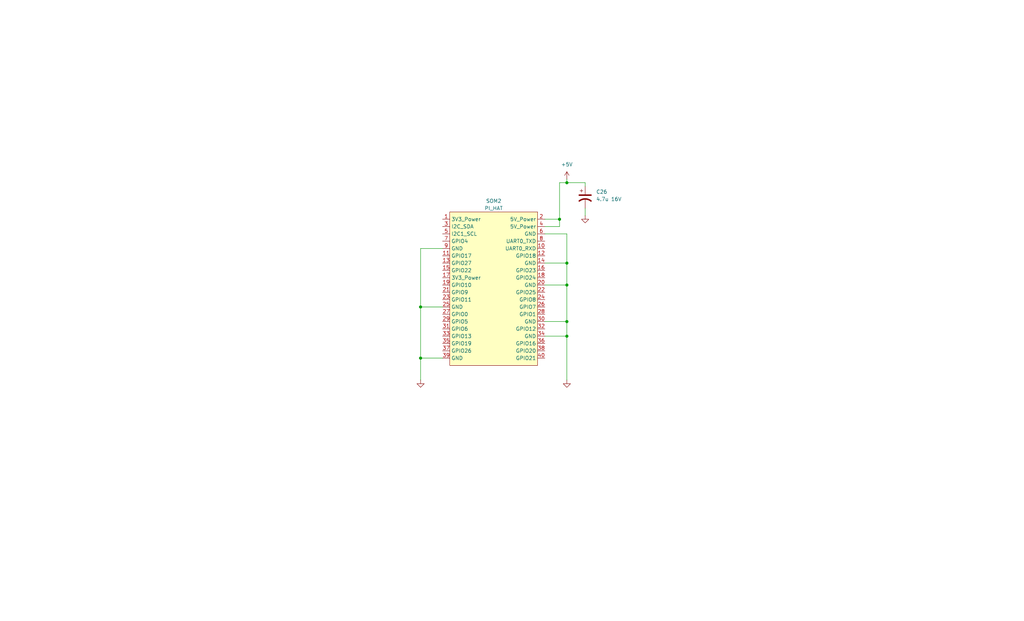
<source format=kicad_sch>
(kicad_sch (version 20250114) (generator "eeschema") (generator_version "9.0")
  (paper "USLegal")
  (lib_symbols
    (symbol "DDCEE:C_2P_POL_4p7u_" (pin_numbers (hide yes)) (pin_names (hide yes))
      (property "Reference" "C" (at 3.175 -2.54 0))
      (property "Value" "4.7u 16V" (at 3.175 -4.445 0))
      (symbol "C_2P_POL_4p7u__0_1"
        (polyline (pts (xy -2.032 -3.048) (xy 2.032 -3.048)) (stroke (width 0.508)))
        (polyline (pts (xy -1.778 -1.524) (xy -0.762 -1.524)))
        (polyline (pts (xy -1.27 -2.032) (xy -1.27 -1.016)))
        (arc (start -2.032 -5.08) (mid 0 -4.3672) (end 2.032 -5.08) (stroke (width 0.508)))
      )
      (symbol "C_2P_POL_4p7u__1_1"
        (pin passive line (at 0 0 270) (length 2.794) (name "~") (number "1"))
        (pin passive line (at 0 -7.62 90) (length 3.302) (name "~") (number "2"))
      )
    )
    (symbol "DDCEE:GND" (power) (pin_numbers (hide yes)) (pin_names (offset 0) (hide yes))
      (symbol "GND_0_1"
        (polyline (pts (xy 0 0) (xy 0 -1.27) (xy 1.27 -1.27) (xy 0 -2.54) (xy -1.27 -1.27) (xy 0 -1.27)))
      )
      (symbol "GND_1_1"
        (pin power_in line (at 0 0 270) (length 0) (name "~") (number "1"))
      )
    )
    (symbol "DDCEE:HAT_40P_GENERIC"
      (property "Reference" "SOM" (at 17.78 7.62 0))
      (property "Value" "PI_HAT" (at 17.78 5.08 0))
      (symbol "HAT_40P_GENERIC_1_0"
        (pin passive line (at 0 -10.16 0) (length 2.54) (name "GND") (number "9"))
        (pin passive line (at 0 -12.7 0) (length 2.54) (name "GPIO17") (number "11"))
        (pin passive line (at 0 -15.24 0) (length 2.54) (name "GPIO27") (number "13"))
        (pin passive line (at 0 -17.78 0) (length 2.54) (name "GPIO22") (number "15"))
        (pin passive line (at 0 -20.32 0) (length 2.54) (name "3V3_Power") (number "17"))
        (pin passive line (at 0 -22.86 0) (length 2.54) (name "GPIO10") (number "19"))
        (pin passive line (at 0 -25.4 0) (length 2.54) (name "GPIO9") (number "21"))
        (pin passive line (at 0 -27.94 0) (length 2.54) (name "GPIO11") (number "23"))
        (pin passive line (at 0 -30.48 0) (length 2.54) (name "GND") (number "25"))
        (pin passive line (at 0 -33.02 0) (length 2.54) (name "GPIO0") (number "27"))
        (pin passive line (at 0 -35.56 0) (length 2.54) (name "GPIO5") (number "29"))
        (pin passive line (at 0 -38.1 0) (length 2.54) (name "GPIO6") (number "31"))
        (pin passive line (at 0 -40.64 0) (length 2.54) (name "GPIO13") (number "33"))
        (pin passive line (at 0 -43.18 0) (length 2.54) (name "GPIO19") (number "35"))
        (pin passive line (at 0 -45.72 0) (length 2.54) (name "GPIO26") (number "37"))
        (pin passive line (at 0 -48.26 0) (length 2.54) (name "GND") (number "39"))
        (pin passive line (at 35.56 -10.16 180) (length 2.54) (name "GPIO16") (number "10") (alternate "UART0 RXD" passive line))
        (pin passive line (at 35.56 -12.7 180) (length 2.54) (name "GPIO18") (number "12"))
        (pin passive line (at 35.56 -15.24 180) (length 2.54) (name "GND") (number "14"))
        (pin passive line (at 35.56 -17.78 180) (length 2.54) (name "GPIO23") (number "16"))
        (pin passive line (at 35.56 -20.32 180) (length 2.54) (name "GPIO24") (number "18"))
        (pin passive line (at 35.56 -22.86 180) (length 2.54) (name "GND") (number "20"))
        (pin passive line (at 35.56 -25.4 180) (length 2.54) (name "GPIO25") (number "22"))
        (pin passive line (at 35.56 -27.94 180) (length 2.54) (name "GPIO8") (number "24"))
        (pin passive line (at 35.56 -30.48 180) (length 2.54) (name "GPIO7") (number "26"))
        (pin passive line (at 35.56 -33.02 180) (length 2.54) (name "GPIO1") (number "28"))
        (pin passive line (at 35.56 -35.56 180) (length 2.54) (name "GND") (number "30"))
        (pin passive line (at 35.56 -38.1 180) (length 2.54) (name "GPIO12") (number "32"))
        (pin passive line (at 35.56 -40.64 180) (length 2.54) (name "GND") (number "34"))
        (pin passive line (at 35.56 -43.18 180) (length 2.54) (name "GPIO16") (number "36"))
        (pin passive line (at 35.56 -45.72 180) (length 2.54) (name "GPIO20") (number "38"))
        (pin passive line (at 35.56 -48.26 180) (length 2.54) (name "GPIO21") (number "40"))
      )
      (symbol "HAT_40P_GENERIC_1_1"
        (rectangle (start 2.54 2.54) (end 33.02 -50.8) (fill (type background)))
        (pin passive line (at 0 0 0) (length 2.54) (name "3V3_Power") (number "1"))
        (pin passive line (at 0 -2.54 0) (length 2.54) (name "GPIO2") (number "3") (alternate "I2C SDA" passive line))
        (pin passive line (at 0 -5.08 0) (length 2.54) (name "GPIO3") (number "5") (alternate "I2C1 SCL" passive line))
        (pin passive line (at 0 -7.62 0) (length 2.54) (name "GPIO4") (number "7"))
        (pin passive line (at 35.56 0 180) (length 2.54) (name "5V_Power") (number "2"))
        (pin passive line (at 35.56 -2.54 180) (length 2.54) (name "5V_Power") (number "4"))
        (pin passive line (at 35.56 -5.08 180) (length 2.54) (name "GND") (number "6"))
        (pin passive line (at 35.56 -7.62 180) (length 2.54) (name "GPIO14") (number "8") (alternate "UART0 TXD" passive line))
      )
    )
    (symbol "power:+5V" (power) (pin_numbers (hide yes)) (pin_names (offset 0) (hide yes))
      (property "Value" "+5V" (at 0 3.556 0))
      (symbol "+5V_0_1"
        (polyline (pts (xy -0.762 1.27) (xy 0 2.54)))
        (polyline (pts (xy 0 2.54) (xy 0.762 1.27)))
        (polyline (pts (xy 0 0) (xy 0 2.54)))
      )
      (symbol "+5V_1_1"
        (pin power_in line (at 0 0 90) (length 0) (name "~") (number "1"))
      )
    )
  )
  (junction (at 196.85 63.5))
  (junction (at 196.85 116.84))
  (junction (at 146.05 106.68))
  (junction (at 196.85 99.06))
  (junction (at 196.85 91.44))
  (junction (at 196.85 111.76))
  (junction (at 194.31 76.2))
  (junction (at 146.05 124.46))
  (wire (pts (xy 146.05 106.68) (xy 146.05 86.36)))
  (wire (pts (xy 189.23 111.76) (xy 196.85 111.76)))
  (wire (pts (xy 203.2 74.93) (xy 203.2 72.39)))
  (wire (pts (xy 189.23 78.74) (xy 194.31 78.74)))
  (wire (pts (xy 196.85 62.23) (xy 196.85 63.5)))
  (wire (pts (xy 196.85 111.76) (xy 196.85 99.06)))
  (wire (pts (xy 153.67 106.68) (xy 146.05 106.68)))
  (wire (pts (xy 146.05 124.46) (xy 146.05 106.68)))
  (wire (pts (xy 146.05 132.08) (xy 146.05 124.46)))
  (wire (pts (xy 203.2 63.5) (xy 203.2 64.77)))
  (wire (pts (xy 194.31 63.5) (xy 196.85 63.5)))
  (wire (pts (xy 189.23 91.44) (xy 196.85 91.44)))
  (wire (pts (xy 189.23 76.2) (xy 194.31 76.2)))
  (wire (pts (xy 196.85 63.5) (xy 203.2 63.5)))
  (wire (pts (xy 189.23 116.84) (xy 196.85 116.84)))
  (wire (pts (xy 196.85 132.08) (xy 196.85 116.84)))
  (wire (pts (xy 196.85 91.44) (xy 196.85 81.28)))
  (wire (pts (xy 194.31 78.74) (xy 194.31 76.2)))
  (wire (pts (xy 196.85 116.84) (xy 196.85 111.76)))
  (wire (pts (xy 196.85 99.06) (xy 196.85 91.44)))
  (wire (pts (xy 196.85 81.28) (xy 189.23 81.28)))
  (wire (pts (xy 194.31 76.2) (xy 194.31 63.5)))
  (wire (pts (xy 146.05 86.36) (xy 153.67 86.36)))
  (wire (pts (xy 153.67 124.46) (xy 146.05 124.46)))
  (wire (pts (xy 189.23 99.06) (xy 196.85 99.06)))
  (symbol (lib_id "power:+5V") (at 196.85 62.23 0) (unit 1)
    (property "Reference" "#PWR059" (effects (hide yes)))
    (property "Value" "+5V" (at 196.85 57.15 0))
    (property "Description" "Power symbol creates a global label with name \"+5V\"" (effects (hide yes)))
  )
  (symbol (lib_id "DDCEE:HAT_40P_GENERIC") (at 153.67 76.2 0) (unit 1)
    (property "Reference" "SOM2" (at 171.45 69.85 0))
    (property "Value" "PI_HAT" (at 171.45 72.39 0))
    (property "Footprint" "Connector_PinHeader_2.54mm:PinHeader_2x20_P2.54mm_Vertical" (effects (hide yes)))
    (property "Datasheet" "TBD" (effects (hide yes)))
    (property "Description" "TBD" (effects (hide yes)))
    (property "Detailed Description" "TBD" (effects (hide yes)))
    (property "Manufacturer" "TBD" (effects (hide yes)))
    (property "Manufacturer PN" "TBD" (effects (hide yes)))
    (pin "3" (alternate "I2C SDA"))
    (pin "5" (alternate "I2C1 SCL"))
    (pin "8" (alternate "UART0 TXD"))
    (pin "10" (alternate "UART0 RXD"))
  )
  (symbol (lib_id "DDCEE:GND") (at 196.85 132.08 0) (unit 1)
    (property "Reference" "#PWR058" (effects (hide yes)))
    (property "Value" "GND" (effects (hide yes)))
    (property "Description" "Power symbol creates a global label with name \"GND\" , ground" (effects (hide yes)))
  )
  (symbol (lib_id "DDCEE:GND") (at 203.2 74.93 0) (unit 1)
    (property "Reference" "#PWR060" (effects (hide yes)))
    (property "Value" "GND" (effects (hide yes)))
    (property "Description" "Power symbol creates a global label with name \"GND\" , ground" (effects (hide yes)))
  )
  (symbol (lib_id "DDCEE:GND") (at 146.05 132.08 0) (unit 1)
    (property "Reference" "#PWR0101" (effects (hide yes)))
    (property "Value" "GND" (effects (hide yes)))
    (property "Description" "Power symbol creates a global label with name \"GND\" , ground" (effects (hide yes)))
  )
  (symbol (lib_id "DDCEE:C_2P_POL_4p7u_") (at 203.2 64.77 0) (unit 1)
    (property "Reference" "C26" (at 207.01 66.675 0) (effects (justify left)))
    (property "Value" "4.7u 16V" (at 207.01 69.215 0) (effects (justify left)))
    (property "Footprint" "Capacitor_SMD:CP_Elec_5x4.4" (effects (hide yes)))
    (property "Datasheet" "https://search.kemet.com/download/datasheet/EDK475M016A9BAA" (effects (hide yes)))
    (property "Description" "CAP ALUM 4.7UF 20% 16V SMD" (effects (hide yes)))
    (property "Detailed Description" "4.7 µF 16 V Aluminum Electrolytic Capacitors Radial, Can - SMD 2000 Hrs @ 85°C" (effects (hide yes)))
    (property "Manufacturer" "KEMET" (effects (hide yes)))
    (property "Manufacturer PN" "EDK475M016A9BAA" (effects (hide yes)))
    (property "Supplier 1" "Digikey" (effects (hide yes)))
    (property "Supplier 1 PN" "399-EDK475M016A9BAADKR-ND" (effects (hide yes)))
    (property "Supplier 1 Link" "https://www.digikey.com/en/products/detail/kemet/EDK475M016A9BAA/6598035" (effects (hide yes)))
  )
)
</source>
